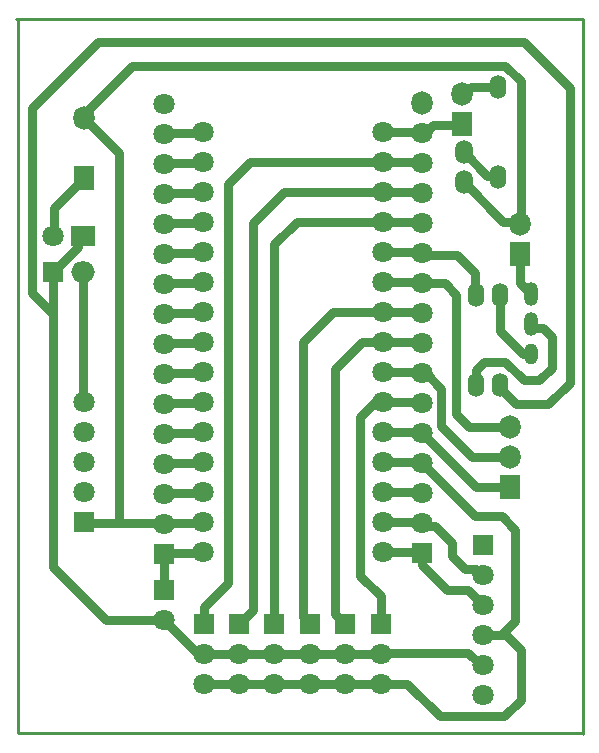
<source format=gbl>
%FSTAX23Y23*%
%MOIN*%
%SFA1B1*%

%IPPOS*%
%ADD12C,0.010000*%
%ADD24C,0.070866*%
%ADD25R,0.070866X0.078740*%
%ADD26O,0.070866X0.078740*%
%ADD27O,0.059055X0.078740*%
%ADD28R,0.070866X0.070866*%
%ADD29O,0.055118X0.078740*%
%ADD30R,0.078740X0.070866*%
%ADD31O,0.078740X0.070866*%
%ADD32R,0.070866X0.070866*%
%ADD33O,0.047244X0.078740*%
%ADD34O,0.047244X0.070866*%
%ADD35C,0.031496*%
%LNbg_pcb-1*%
%LPD*%
G54D12*
X04392Y01317D02*
Y0365D01*
X04386D02*
X06277D01*
X04392Y0127D02*
X06275D01*
X04392D02*
Y01317D01*
X06277Y01268D02*
Y0365D01*
G54D24*
X05009Y01874D03*
Y01974D03*
Y02074D03*
Y02174D03*
Y02274D03*
Y02374D03*
Y02474D03*
Y02574D03*
Y02674D03*
Y02774D03*
Y02874D03*
Y02974D03*
Y03074D03*
Y03174D03*
Y03274D03*
X05609D03*
Y03174D03*
Y03074D03*
Y02974D03*
Y02874D03*
Y02774D03*
Y02674D03*
Y02574D03*
Y02474D03*
Y02374D03*
Y02274D03*
Y02174D03*
Y02074D03*
Y01974D03*
Y01874D03*
X04881Y01645D03*
X04509Y02925D03*
X0574Y0227D03*
Y0197D03*
Y0207D03*
Y0217D03*
Y0237D03*
Y0247D03*
Y0257D03*
Y0267D03*
Y0277D03*
Y0287D03*
Y0297D03*
Y0307D03*
Y0317D03*
Y0327D03*
X0488Y02268D03*
Y01968D03*
Y02068D03*
Y02168D03*
Y02368D03*
Y02468D03*
Y02568D03*
Y02668D03*
Y02768D03*
Y02868D03*
Y02968D03*
Y03068D03*
Y03168D03*
Y03268D03*
Y03368D03*
X04614Y02373D03*
Y02273D03*
Y02173D03*
Y02073D03*
X0513Y01434D03*
Y01534D03*
X05366Y01434D03*
Y01534D03*
X05602Y01434D03*
Y01534D03*
X05012Y01434D03*
Y01534D03*
X05248Y01434D03*
Y01534D03*
X05484Y01434D03*
Y01534D03*
X05945Y01495D03*
Y01795D03*
Y01695D03*
Y01595D03*
Y01395D03*
G54D25*
X06068Y02868D03*
X06034Y0209D03*
X05872Y03299D03*
X04613Y0312D03*
G54D26*
X06068Y02968D03*
X06034Y0219D03*
Y0229D03*
X05872Y03399D03*
X04613Y0332D03*
X0574Y0337D03*
G54D27*
X05879Y03105D03*
Y03205D03*
G54D28*
X04881Y01745D03*
X0574Y0187D03*
X0488Y01868D03*
X04614Y01973D03*
X0513Y01634D03*
X05366D03*
X05602D03*
X05012D03*
X05248D03*
X05484D03*
X05945Y01895D03*
G54D29*
X05995Y03123D03*
Y03423D03*
X05999Y02429D03*
Y02729D03*
X05921Y0243D03*
Y0273D03*
G54D30*
X04609Y02925D03*
G54D31*
X04609Y02807D03*
G54D32*
X04509Y02807D03*
G54D33*
X06105Y02733D03*
Y02633D03*
G54D34*
X06105Y02533D03*
G54D35*
X06051Y01642D02*
Y01947D01*
X06006Y01992D02*
X06051Y01947D01*
X05918Y01992D02*
X06006D01*
X06004Y01595D02*
X06019D01*
X05945D02*
X06004D01*
X06051Y01642*
X06105Y02619D02*
X06142D01*
X06172Y02487D02*
Y0259D01*
X06142Y02619D02*
X06172Y0259D01*
X0613Y02445D02*
X06172Y02487D01*
X06079Y03572D02*
X06232Y03419D01*
Y02438D02*
Y03419D01*
X06161Y02367D02*
X06232Y02438D01*
X06081Y02445D02*
X0613D01*
X06018Y02508D02*
X06081Y02445D01*
X05948Y02508D02*
X06018D01*
X05921Y02481D02*
X05948Y02508D01*
X05921Y0243D02*
Y02481D01*
X06077Y02533D02*
X06105D01*
X05999Y02611D02*
X06077Y02533D01*
X05999Y02611D02*
Y02729D01*
X04688Y01645D02*
X04881D01*
X04772Y03492D02*
X06018D01*
X04613Y03333D02*
X04772Y03492D01*
X04613Y0332D02*
Y03333D01*
X05918Y02732D02*
Y02802D01*
X05857Y02864D02*
X05918Y02802D01*
X05754Y02864D02*
X05857D01*
X05748Y0287D02*
X05754Y02864D01*
X05799Y01325D02*
X06015D01*
X05691Y01434D02*
X05799Y01325D01*
X05602Y01434D02*
X05691D01*
X06069Y01379D02*
Y01545D01*
X06015Y01325D02*
X06069Y01379D01*
X06019Y01595D02*
X06069Y01545D01*
X06053Y02367D02*
X06161D01*
X05999Y02421D02*
X06053Y02367D01*
X04659Y03572D02*
X06079D01*
X04439Y03352D02*
X04659Y03572D01*
X04439Y02735D02*
Y03352D01*
X0473Y0197D02*
X04877D01*
X05879Y03105D02*
X05884D01*
X04877Y0197D02*
X0488Y01968D01*
X04614Y01973D02*
X04622Y01981D01*
X06105Y02619D02*
Y02633D01*
X04509Y01824D02*
Y02666D01*
Y01824D02*
X04688Y01645D01*
X05444Y02674D02*
X05609D01*
X05343Y02573D02*
X05444Y02674D01*
X05343Y01657D02*
Y02573D01*
X0554Y02574D02*
X05609D01*
X0545Y02484D02*
X0554Y02574D01*
X0545Y01668D02*
Y02484D01*
X04509Y02666D02*
Y02807D01*
X04439Y02735D02*
X04509Y02666D01*
X0473Y0197D02*
Y03203D01*
X04613Y0332D02*
X0473Y03203D01*
X05999Y02421D02*
Y02429D01*
X05782Y0196D02*
X05841Y01902D01*
Y01859D02*
Y01902D01*
Y01859D02*
X05885Y01815D01*
X0592*
X05749Y0196D02*
X05782D01*
X06068Y02968D02*
X06069Y02969D01*
Y03442*
X06018Y03492D02*
X06069Y03442D01*
X05738Y03272D02*
X0574Y0327D01*
X05611Y03272D02*
X05738D01*
X04883Y03271D02*
X05006D01*
X0488Y03268D02*
X04883Y03271D01*
X05006D02*
X05009Y03274D01*
X05879Y03105D02*
X0601Y02973D01*
X05805Y02292D02*
Y02418D01*
X05754Y0247D02*
X05805Y02418D01*
X0574Y0247D02*
X05754D01*
X0592Y01815D02*
X0594Y01795D01*
X05945*
X0574Y0197D02*
X05749Y0196D01*
X04881Y01645D02*
X04986Y01539D01*
X0574Y0217D02*
X05918Y01992D01*
X04616Y0197D02*
X0473D01*
X06062Y02973D02*
X06068Y02968D01*
X0601Y02973D02*
X06062D01*
X05585Y02374D02*
X05609D01*
X05534Y02323D02*
X05585Y02374D01*
X05534Y01793D02*
Y02323D01*
X05602Y01634D02*
Y01725D01*
X05534Y01793D02*
X05602Y01725D01*
X05343Y01657D02*
X05366Y01634D01*
X0545Y01668D02*
X05484Y01634D01*
X05322Y02974D02*
X05609D01*
X05248Y029D02*
X05322Y02974D01*
X05248Y01634D02*
Y029D01*
X05279Y03074D02*
X05609D01*
X05176Y02971D02*
X05279Y03074D01*
X05176Y0168D02*
Y02971D01*
X0513Y01634D02*
X05176Y0168D01*
X05167Y03174D02*
X05609D01*
X05092Y03099D02*
X05167Y03174D01*
X05092Y0177D02*
Y03099D01*
X05012Y0169D02*
X05092Y0177D01*
X05012Y01634D02*
Y0169D01*
X04614Y01973D02*
X04616Y0197D01*
X04611Y02375D02*
X04614Y02373D01*
X04611Y02375D02*
Y02804D01*
X04609Y02807D02*
X04611Y02804D01*
X06105Y02733D02*
Y02734D01*
X06068Y02771D02*
X06105Y02734D01*
X06068Y02771D02*
Y02868D01*
X05992Y03125D02*
X05995Y03123D01*
X05958Y03125D02*
X05992D01*
X05879Y03205D02*
X05958Y03125D01*
X0574Y0327D02*
X05748D01*
X05776Y03298*
X05871*
X05872Y03299*
Y03399D02*
X0588D01*
X05904Y03423*
X05995*
X05918Y02732D02*
X05921Y0273D01*
X0574Y0287D02*
X05748D01*
X05822Y01747D02*
X05893D01*
X0574Y01829D02*
X05822Y01747D01*
X0574Y01829D02*
Y0187D01*
X05893Y01747D02*
X05945Y01695D01*
X05939Y018D02*
X05945Y01795D01*
X05602Y01534D02*
X05606Y01538D01*
X05893*
X05936Y01495*
X05945*
X05898Y0229D02*
X06034D01*
X05855Y02332D02*
X05898Y0229D01*
X05855Y02332D02*
Y0273D01*
X05816Y0277D02*
X05855Y0273D01*
X05805Y02292D02*
X05908Y0219D01*
X06034*
X04593Y02909D02*
X04609Y02925D01*
X04593Y02891D02*
Y02909D01*
X04509Y02807D02*
X04593Y02891D01*
X04513Y0302D02*
X04613Y0312D01*
X04513Y02929D02*
Y0302D01*
X04509Y02925D02*
X04513Y02929D01*
X0592Y0209D02*
X06034D01*
X0574Y0227D02*
X0592Y0209D01*
X06028Y02195D02*
X06034Y0219D01*
X0574Y0277D02*
X05816D01*
X06103Y02734D02*
X06105Y02733D01*
X05921Y0273D02*
X05923Y02732D01*
X05872Y03399D02*
X05877Y03394D01*
X0488Y03168D02*
X04883Y03171D01*
X05006*
X05009Y03174*
X0488Y03068D02*
X04883Y03071D01*
X05006*
X05009Y03074*
X0488Y02968D02*
X04883Y02971D01*
X05006*
X05009Y02974*
X0488Y02868D02*
X04883Y02871D01*
X05006*
X05009Y02874*
X0488Y02768D02*
X04883Y02771D01*
X05006*
X05009Y02774*
X0488Y02668D02*
X04883Y02671D01*
X05006*
X05009Y02674*
X0488Y02568D02*
X04883Y02571D01*
X05006*
X05009Y02574*
X0488Y02468D02*
X04883Y02471D01*
X05006*
X05009Y02474*
X0488Y02368D02*
X04883Y02371D01*
X05006*
X05009Y02374*
X0488Y02168D02*
X04883Y02171D01*
X05006*
X05009Y02174*
X0488Y01868D02*
X0488Y01867D01*
X0488Y01868D02*
X04883Y01871D01*
X0488Y01745D02*
Y01867D01*
Y01745D02*
X04881Y01745D01*
X04883Y01871D02*
X05006D01*
X05009Y01874*
X0488Y02068D02*
X04883Y02071D01*
X05006*
X05009Y02074*
X0488Y01968D02*
X04883Y01971D01*
X05006*
X05009Y01974*
X0488Y02268D02*
X04883Y02271D01*
X05006*
X05009Y02274*
X05006Y01539D02*
X05012Y01534D01*
X04986Y01539D02*
X05006D01*
X05366Y01634D02*
X05379Y01647D01*
X05611Y02772D02*
X05738D01*
X05609Y02774D02*
X05611Y02772D01*
X05484Y01434D02*
X05602D01*
X05366D02*
X05484D01*
X05248D02*
X05366D01*
X0513D02*
X05248D01*
X05012D02*
X0513D01*
X05484Y01534D02*
X05602D01*
X05366D02*
X05484D01*
X05248D02*
X05366D01*
X0513D02*
X05248D01*
X05012D02*
X0513D01*
X05738Y01872D02*
X0574Y0187D01*
X05611Y01872D02*
X05738D01*
X05609Y01874D02*
X05611Y01872D01*
X05738Y01972D02*
X0574Y0197D01*
X05611Y01972D02*
X05738D01*
X05609Y01974D02*
X05611Y01972D01*
X05738Y02072D02*
X0574Y0207D01*
X05611Y02072D02*
X05738D01*
X05609Y02074D02*
X05611Y02072D01*
X05738Y02672D02*
X0574Y0267D01*
X05611Y02672D02*
X05738D01*
X05609Y02674D02*
X05611Y02672D01*
X05738Y02772D02*
X0574Y0277D01*
X05738Y02172D02*
X0574Y0217D01*
X05611Y02172D02*
X05738D01*
X05609Y02174D02*
X05611Y02172D01*
X05738Y02272D02*
X0574Y0227D01*
X05611Y02272D02*
X05738D01*
X05609Y02274D02*
X05611Y02272D01*
X05738Y02372D02*
X0574Y0237D01*
X05611Y02372D02*
X05738D01*
X05609Y02374D02*
X05611Y02372D01*
X05738Y02472D02*
X0574Y0247D01*
X05611Y02472D02*
X05738D01*
X05609Y02474D02*
X05611Y02472D01*
X05738Y02572D02*
X0574Y0257D01*
X05611Y02572D02*
X05738D01*
X05609Y02574D02*
X05611Y02572D01*
X05738Y02872D02*
X0574Y0287D01*
X05611Y02872D02*
X05738D01*
X05609Y02874D02*
X05611Y02872D01*
X05738Y02972D02*
X0574Y0297D01*
X05611Y02972D02*
X05738D01*
X05609Y02974D02*
X05611Y02972D01*
X05738Y03072D02*
X0574Y0307D01*
X05611Y03072D02*
X05738D01*
X05609Y03074D02*
X05611Y03072D01*
X05738Y03172D02*
X0574Y0317D01*
X05611Y03172D02*
X05738D01*
X05609Y03174D02*
X05611Y03172D01*
X05609Y03274D02*
X05611Y03272D01*
M02*
</source>
